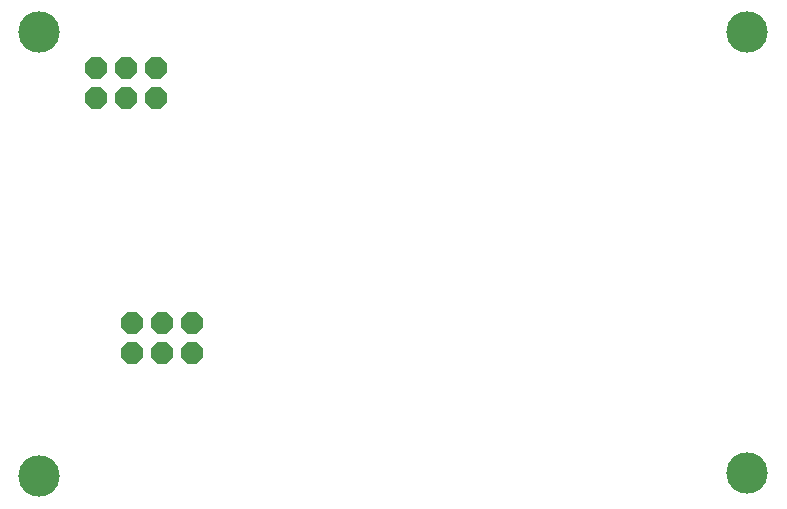
<source format=gbs>
G75*
G70*
%OFA0B0*%
%FSLAX24Y24*%
%IPPOS*%
%LPD*%
%AMOC8*
5,1,8,0,0,1.08239X$1,22.5*
%
%ADD10OC8,0.0720*%
%ADD11C,0.1380*%
D10*
X006629Y009703D03*
X007629Y009703D03*
X008629Y009703D03*
X008629Y010703D03*
X007629Y010703D03*
X006629Y010703D03*
X006437Y018203D03*
X007437Y018203D03*
X007437Y019203D03*
X006437Y019203D03*
X005437Y019203D03*
X005437Y018203D03*
D11*
X003537Y005603D03*
X003537Y020403D03*
X027137Y020403D03*
X027137Y005703D03*
M02*

</source>
